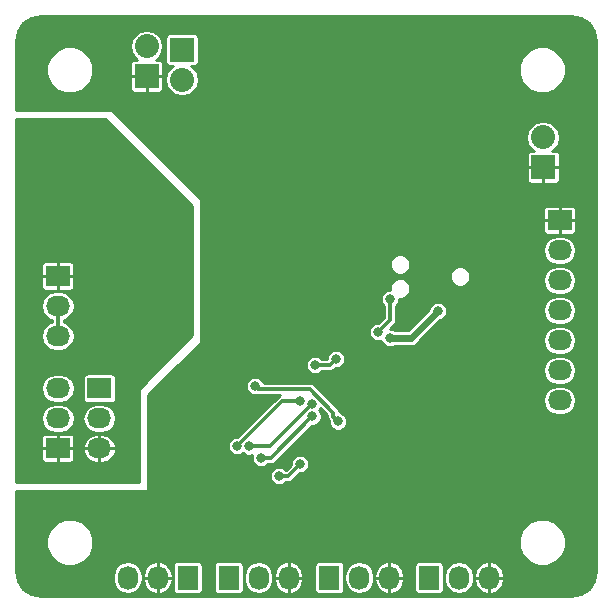
<source format=gbl>
G04 #@! TF.FileFunction,Copper,L2,Bot,Signal*
%FSLAX46Y46*%
G04 Gerber Fmt 4.6, Leading zero omitted, Abs format (unit mm)*
G04 Created by KiCad (PCBNEW (2016-03-07 BZR 6612)-product) date Monday, 30 May 2016 'amt' 03:10:13*
%MOMM*%
G01*
G04 APERTURE LIST*
%ADD10C,0.100000*%
%ADD11R,2.032000X1.727200*%
%ADD12O,2.032000X1.727200*%
%ADD13R,2.032000X2.032000*%
%ADD14O,2.032000X2.032000*%
%ADD15R,1.727200X2.032000*%
%ADD16O,1.727200X2.032000*%
%ADD17C,0.800000*%
%ADD18C,0.600000*%
%ADD19C,0.300000*%
%ADD20C,0.253000*%
G04 APERTURE END LIST*
D10*
D11*
X154000000Y-72460000D03*
D12*
X154000000Y-75000000D03*
X154000000Y-77540000D03*
D13*
X161500000Y-55540000D03*
D14*
X161500000Y-53000000D03*
D15*
X165000000Y-98000000D03*
D16*
X162460000Y-98000000D03*
X159920000Y-98000000D03*
D11*
X154000000Y-87040000D03*
D12*
X154000000Y-84500000D03*
X154000000Y-81960000D03*
D15*
X168460000Y-98000000D03*
D16*
X171000000Y-98000000D03*
X173540000Y-98000000D03*
D15*
X185420000Y-98000000D03*
D16*
X187960000Y-98000000D03*
X190500000Y-98000000D03*
D15*
X176960000Y-98000000D03*
D16*
X179500000Y-98000000D03*
X182040000Y-98000000D03*
D11*
X157500000Y-81960000D03*
D12*
X157500000Y-84500000D03*
X157500000Y-87040000D03*
D13*
X164500000Y-53300000D03*
D14*
X164500000Y-55840000D03*
D11*
X196476000Y-67746000D03*
D12*
X196476000Y-70286000D03*
X196476000Y-72826000D03*
X196476000Y-75366000D03*
X196476000Y-77906000D03*
X196476000Y-80446000D03*
X196476000Y-82986000D03*
D13*
X195072000Y-63246000D03*
D14*
X195072000Y-60706000D03*
D17*
X184150000Y-70866000D03*
X167894000Y-62738000D03*
X169672000Y-77470000D03*
X167640000Y-83058000D03*
X192786000Y-68326000D03*
X189230000Y-76962000D03*
X175514000Y-71882000D03*
X182880000Y-90932000D03*
X174752000Y-90932000D03*
X189230000Y-78486000D03*
X164338000Y-62484000D03*
X178054000Y-68580000D03*
X171704000Y-65786000D03*
X174244000Y-56388000D03*
X166116000Y-60960000D03*
X169164000Y-60452000D03*
X186182000Y-75438000D03*
X182118000Y-77724000D03*
X177546000Y-79502000D03*
X175741990Y-80011397D03*
X182118000Y-74422000D03*
X181102000Y-77216000D03*
X163576000Y-71628000D03*
X160528000Y-70358000D03*
X160020000Y-65278000D03*
X170202331Y-86890331D03*
X175514000Y-83312000D03*
X169164000Y-86868000D03*
X174498000Y-83058000D03*
X171196000Y-87884000D03*
X175544329Y-84342332D03*
X172720000Y-89408000D03*
X174498000Y-88392000D03*
X170688000Y-81788000D03*
X177727728Y-84763728D03*
D18*
X182118000Y-77724000D02*
X183896000Y-77724000D01*
X183896000Y-77724000D02*
X186182000Y-75438000D01*
D19*
X175741990Y-80011397D02*
X177036603Y-80011397D01*
X177036603Y-80011397D02*
X177546000Y-79502000D01*
X181102000Y-77216000D02*
X182118000Y-76200000D01*
X182118000Y-76200000D02*
X182118000Y-74422000D01*
X154000000Y-75000000D02*
X154000000Y-77540000D01*
X175514000Y-83312000D02*
X171935669Y-86890331D01*
X171935669Y-86890331D02*
X170202331Y-86890331D01*
X174498000Y-83058000D02*
X172974000Y-83058000D01*
X172974000Y-83058000D02*
X169164000Y-86868000D01*
X175544329Y-84342332D02*
X172002661Y-87884000D01*
X172002661Y-87884000D02*
X171196000Y-87884000D01*
X172720000Y-89408000D02*
X173482000Y-89408000D01*
X173482000Y-89408000D02*
X174498000Y-88392000D01*
X175354002Y-82042000D02*
X170942000Y-82042000D01*
X170942000Y-82042000D02*
X170688000Y-81788000D01*
X177727728Y-84763728D02*
X177327729Y-84363729D01*
X177327729Y-84363729D02*
X177327729Y-84015727D01*
X177327729Y-84015727D02*
X175354002Y-82042000D01*
D20*
G36*
X165373500Y-66552398D02*
X165373500Y-77447602D01*
X160910551Y-81910551D01*
X160883129Y-81951591D01*
X160873500Y-82000000D01*
X160873500Y-89873500D01*
X150454500Y-89873500D01*
X150454500Y-87135375D01*
X152604500Y-87135375D01*
X152604500Y-87979087D01*
X152662276Y-88118570D01*
X152769031Y-88225325D01*
X152908513Y-88283100D01*
X153904625Y-88283100D01*
X153999500Y-88188225D01*
X153999500Y-87040500D01*
X154000500Y-87040500D01*
X154000500Y-88188225D01*
X154095375Y-88283100D01*
X155091487Y-88283100D01*
X155230969Y-88225325D01*
X155337724Y-88118570D01*
X155395500Y-87979087D01*
X155395500Y-87234958D01*
X156119883Y-87234958D01*
X156198934Y-87515251D01*
X156468242Y-87918650D01*
X156871424Y-88188283D01*
X157347100Y-88283100D01*
X157499500Y-88283100D01*
X157499500Y-87040500D01*
X157500500Y-87040500D01*
X157500500Y-88283100D01*
X157652900Y-88283100D01*
X158128576Y-88188283D01*
X158531758Y-87918650D01*
X158801066Y-87515251D01*
X158880117Y-87234958D01*
X158800625Y-87040500D01*
X157500500Y-87040500D01*
X157499500Y-87040500D01*
X156199375Y-87040500D01*
X156119883Y-87234958D01*
X155395500Y-87234958D01*
X155395500Y-87135375D01*
X155300625Y-87040500D01*
X154000500Y-87040500D01*
X153999500Y-87040500D01*
X152699375Y-87040500D01*
X152604500Y-87135375D01*
X150454500Y-87135375D01*
X150454500Y-86100913D01*
X152604500Y-86100913D01*
X152604500Y-86944625D01*
X152699375Y-87039500D01*
X153999500Y-87039500D01*
X153999500Y-85891775D01*
X154000500Y-85891775D01*
X154000500Y-87039500D01*
X155300625Y-87039500D01*
X155395500Y-86944625D01*
X155395500Y-86845042D01*
X156119883Y-86845042D01*
X156199375Y-87039500D01*
X157499500Y-87039500D01*
X157499500Y-85796900D01*
X157500500Y-85796900D01*
X157500500Y-87039500D01*
X158800625Y-87039500D01*
X158880117Y-86845042D01*
X158801066Y-86564749D01*
X158531758Y-86161350D01*
X158128576Y-85891717D01*
X157652900Y-85796900D01*
X157500500Y-85796900D01*
X157499500Y-85796900D01*
X157347100Y-85796900D01*
X156871424Y-85891717D01*
X156468242Y-86161350D01*
X156198934Y-86564749D01*
X156119883Y-86845042D01*
X155395500Y-86845042D01*
X155395500Y-86100913D01*
X155337724Y-85961430D01*
X155230969Y-85854675D01*
X155091487Y-85796900D01*
X154095375Y-85796900D01*
X154000500Y-85891775D01*
X153999500Y-85891775D01*
X153904625Y-85796900D01*
X152908513Y-85796900D01*
X152769031Y-85854675D01*
X152662276Y-85961430D01*
X152604500Y-86100913D01*
X150454500Y-86100913D01*
X150454500Y-84500000D01*
X152577161Y-84500000D01*
X152671786Y-84975714D01*
X152941257Y-85379004D01*
X153344547Y-85648475D01*
X153820261Y-85743100D01*
X154179739Y-85743100D01*
X154655453Y-85648475D01*
X155058743Y-85379004D01*
X155328214Y-84975714D01*
X155422839Y-84500000D01*
X156077161Y-84500000D01*
X156171786Y-84975714D01*
X156441257Y-85379004D01*
X156844547Y-85648475D01*
X157320261Y-85743100D01*
X157679739Y-85743100D01*
X158155453Y-85648475D01*
X158558743Y-85379004D01*
X158828214Y-84975714D01*
X158922839Y-84500000D01*
X158828214Y-84024286D01*
X158558743Y-83620996D01*
X158155453Y-83351525D01*
X157679739Y-83256900D01*
X157320261Y-83256900D01*
X156844547Y-83351525D01*
X156441257Y-83620996D01*
X156171786Y-84024286D01*
X156077161Y-84500000D01*
X155422839Y-84500000D01*
X155328214Y-84024286D01*
X155058743Y-83620996D01*
X154655453Y-83351525D01*
X154179739Y-83256900D01*
X153820261Y-83256900D01*
X153344547Y-83351525D01*
X152941257Y-83620996D01*
X152671786Y-84024286D01*
X152577161Y-84500000D01*
X150454500Y-84500000D01*
X150454500Y-81960000D01*
X152577161Y-81960000D01*
X152671786Y-82435714D01*
X152941257Y-82839004D01*
X153344547Y-83108475D01*
X153820261Y-83203100D01*
X154179739Y-83203100D01*
X154655453Y-83108475D01*
X155058743Y-82839004D01*
X155328214Y-82435714D01*
X155422839Y-81960000D01*
X155328214Y-81484286D01*
X155069036Y-81096400D01*
X156097066Y-81096400D01*
X156097066Y-82823600D01*
X156126520Y-82971673D01*
X156210396Y-83097204D01*
X156335927Y-83181080D01*
X156484000Y-83210534D01*
X158516000Y-83210534D01*
X158664073Y-83181080D01*
X158789604Y-83097204D01*
X158873480Y-82971673D01*
X158902934Y-82823600D01*
X158902934Y-81096400D01*
X158873480Y-80948327D01*
X158789604Y-80822796D01*
X158664073Y-80738920D01*
X158516000Y-80709466D01*
X156484000Y-80709466D01*
X156335927Y-80738920D01*
X156210396Y-80822796D01*
X156126520Y-80948327D01*
X156097066Y-81096400D01*
X155069036Y-81096400D01*
X155058743Y-81080996D01*
X154655453Y-80811525D01*
X154179739Y-80716900D01*
X153820261Y-80716900D01*
X153344547Y-80811525D01*
X152941257Y-81080996D01*
X152671786Y-81484286D01*
X152577161Y-81960000D01*
X150454500Y-81960000D01*
X150454500Y-75000000D01*
X152577161Y-75000000D01*
X152671786Y-75475714D01*
X152941257Y-75879004D01*
X153344547Y-76148475D01*
X153470500Y-76173529D01*
X153470500Y-76366471D01*
X153344547Y-76391525D01*
X152941257Y-76660996D01*
X152671786Y-77064286D01*
X152577161Y-77540000D01*
X152671786Y-78015714D01*
X152941257Y-78419004D01*
X153344547Y-78688475D01*
X153820261Y-78783100D01*
X154179739Y-78783100D01*
X154655453Y-78688475D01*
X155058743Y-78419004D01*
X155328214Y-78015714D01*
X155422839Y-77540000D01*
X155328214Y-77064286D01*
X155058743Y-76660996D01*
X154655453Y-76391525D01*
X154529500Y-76366471D01*
X154529500Y-76173529D01*
X154655453Y-76148475D01*
X155058743Y-75879004D01*
X155328214Y-75475714D01*
X155422839Y-75000000D01*
X155328214Y-74524286D01*
X155058743Y-74120996D01*
X154655453Y-73851525D01*
X154179739Y-73756900D01*
X153820261Y-73756900D01*
X153344547Y-73851525D01*
X152941257Y-74120996D01*
X152671786Y-74524286D01*
X152577161Y-75000000D01*
X150454500Y-75000000D01*
X150454500Y-72555375D01*
X152604500Y-72555375D01*
X152604500Y-73399087D01*
X152662276Y-73538570D01*
X152769031Y-73645325D01*
X152908513Y-73703100D01*
X153904625Y-73703100D01*
X153999500Y-73608225D01*
X153999500Y-72460500D01*
X154000500Y-72460500D01*
X154000500Y-73608225D01*
X154095375Y-73703100D01*
X155091487Y-73703100D01*
X155230969Y-73645325D01*
X155337724Y-73538570D01*
X155395500Y-73399087D01*
X155395500Y-72555375D01*
X155300625Y-72460500D01*
X154000500Y-72460500D01*
X153999500Y-72460500D01*
X152699375Y-72460500D01*
X152604500Y-72555375D01*
X150454500Y-72555375D01*
X150454500Y-71520913D01*
X152604500Y-71520913D01*
X152604500Y-72364625D01*
X152699375Y-72459500D01*
X153999500Y-72459500D01*
X153999500Y-71311775D01*
X154000500Y-71311775D01*
X154000500Y-72459500D01*
X155300625Y-72459500D01*
X155395500Y-72364625D01*
X155395500Y-71520913D01*
X155337724Y-71381430D01*
X155230969Y-71274675D01*
X155091487Y-71216900D01*
X154095375Y-71216900D01*
X154000500Y-71311775D01*
X153999500Y-71311775D01*
X153904625Y-71216900D01*
X152908513Y-71216900D01*
X152769031Y-71274675D01*
X152662276Y-71381430D01*
X152604500Y-71520913D01*
X150454500Y-71520913D01*
X150454500Y-59126500D01*
X157947602Y-59126500D01*
X165373500Y-66552398D01*
X165373500Y-66552398D01*
G37*
X165373500Y-66552398D02*
X165373500Y-77447602D01*
X160910551Y-81910551D01*
X160883129Y-81951591D01*
X160873500Y-82000000D01*
X160873500Y-89873500D01*
X150454500Y-89873500D01*
X150454500Y-87135375D01*
X152604500Y-87135375D01*
X152604500Y-87979087D01*
X152662276Y-88118570D01*
X152769031Y-88225325D01*
X152908513Y-88283100D01*
X153904625Y-88283100D01*
X153999500Y-88188225D01*
X153999500Y-87040500D01*
X154000500Y-87040500D01*
X154000500Y-88188225D01*
X154095375Y-88283100D01*
X155091487Y-88283100D01*
X155230969Y-88225325D01*
X155337724Y-88118570D01*
X155395500Y-87979087D01*
X155395500Y-87234958D01*
X156119883Y-87234958D01*
X156198934Y-87515251D01*
X156468242Y-87918650D01*
X156871424Y-88188283D01*
X157347100Y-88283100D01*
X157499500Y-88283100D01*
X157499500Y-87040500D01*
X157500500Y-87040500D01*
X157500500Y-88283100D01*
X157652900Y-88283100D01*
X158128576Y-88188283D01*
X158531758Y-87918650D01*
X158801066Y-87515251D01*
X158880117Y-87234958D01*
X158800625Y-87040500D01*
X157500500Y-87040500D01*
X157499500Y-87040500D01*
X156199375Y-87040500D01*
X156119883Y-87234958D01*
X155395500Y-87234958D01*
X155395500Y-87135375D01*
X155300625Y-87040500D01*
X154000500Y-87040500D01*
X153999500Y-87040500D01*
X152699375Y-87040500D01*
X152604500Y-87135375D01*
X150454500Y-87135375D01*
X150454500Y-86100913D01*
X152604500Y-86100913D01*
X152604500Y-86944625D01*
X152699375Y-87039500D01*
X153999500Y-87039500D01*
X153999500Y-85891775D01*
X154000500Y-85891775D01*
X154000500Y-87039500D01*
X155300625Y-87039500D01*
X155395500Y-86944625D01*
X155395500Y-86845042D01*
X156119883Y-86845042D01*
X156199375Y-87039500D01*
X157499500Y-87039500D01*
X157499500Y-85796900D01*
X157500500Y-85796900D01*
X157500500Y-87039500D01*
X158800625Y-87039500D01*
X158880117Y-86845042D01*
X158801066Y-86564749D01*
X158531758Y-86161350D01*
X158128576Y-85891717D01*
X157652900Y-85796900D01*
X157500500Y-85796900D01*
X157499500Y-85796900D01*
X157347100Y-85796900D01*
X156871424Y-85891717D01*
X156468242Y-86161350D01*
X156198934Y-86564749D01*
X156119883Y-86845042D01*
X155395500Y-86845042D01*
X155395500Y-86100913D01*
X155337724Y-85961430D01*
X155230969Y-85854675D01*
X155091487Y-85796900D01*
X154095375Y-85796900D01*
X154000500Y-85891775D01*
X153999500Y-85891775D01*
X153904625Y-85796900D01*
X152908513Y-85796900D01*
X152769031Y-85854675D01*
X152662276Y-85961430D01*
X152604500Y-86100913D01*
X150454500Y-86100913D01*
X150454500Y-84500000D01*
X152577161Y-84500000D01*
X152671786Y-84975714D01*
X152941257Y-85379004D01*
X153344547Y-85648475D01*
X153820261Y-85743100D01*
X154179739Y-85743100D01*
X154655453Y-85648475D01*
X155058743Y-85379004D01*
X155328214Y-84975714D01*
X155422839Y-84500000D01*
X156077161Y-84500000D01*
X156171786Y-84975714D01*
X156441257Y-85379004D01*
X156844547Y-85648475D01*
X157320261Y-85743100D01*
X157679739Y-85743100D01*
X158155453Y-85648475D01*
X158558743Y-85379004D01*
X158828214Y-84975714D01*
X158922839Y-84500000D01*
X158828214Y-84024286D01*
X158558743Y-83620996D01*
X158155453Y-83351525D01*
X157679739Y-83256900D01*
X157320261Y-83256900D01*
X156844547Y-83351525D01*
X156441257Y-83620996D01*
X156171786Y-84024286D01*
X156077161Y-84500000D01*
X155422839Y-84500000D01*
X155328214Y-84024286D01*
X155058743Y-83620996D01*
X154655453Y-83351525D01*
X154179739Y-83256900D01*
X153820261Y-83256900D01*
X153344547Y-83351525D01*
X152941257Y-83620996D01*
X152671786Y-84024286D01*
X152577161Y-84500000D01*
X150454500Y-84500000D01*
X150454500Y-81960000D01*
X152577161Y-81960000D01*
X152671786Y-82435714D01*
X152941257Y-82839004D01*
X153344547Y-83108475D01*
X153820261Y-83203100D01*
X154179739Y-83203100D01*
X154655453Y-83108475D01*
X155058743Y-82839004D01*
X155328214Y-82435714D01*
X155422839Y-81960000D01*
X155328214Y-81484286D01*
X155069036Y-81096400D01*
X156097066Y-81096400D01*
X156097066Y-82823600D01*
X156126520Y-82971673D01*
X156210396Y-83097204D01*
X156335927Y-83181080D01*
X156484000Y-83210534D01*
X158516000Y-83210534D01*
X158664073Y-83181080D01*
X158789604Y-83097204D01*
X158873480Y-82971673D01*
X158902934Y-82823600D01*
X158902934Y-81096400D01*
X158873480Y-80948327D01*
X158789604Y-80822796D01*
X158664073Y-80738920D01*
X158516000Y-80709466D01*
X156484000Y-80709466D01*
X156335927Y-80738920D01*
X156210396Y-80822796D01*
X156126520Y-80948327D01*
X156097066Y-81096400D01*
X155069036Y-81096400D01*
X155058743Y-81080996D01*
X154655453Y-80811525D01*
X154179739Y-80716900D01*
X153820261Y-80716900D01*
X153344547Y-80811525D01*
X152941257Y-81080996D01*
X152671786Y-81484286D01*
X152577161Y-81960000D01*
X150454500Y-81960000D01*
X150454500Y-75000000D01*
X152577161Y-75000000D01*
X152671786Y-75475714D01*
X152941257Y-75879004D01*
X153344547Y-76148475D01*
X153470500Y-76173529D01*
X153470500Y-76366471D01*
X153344547Y-76391525D01*
X152941257Y-76660996D01*
X152671786Y-77064286D01*
X152577161Y-77540000D01*
X152671786Y-78015714D01*
X152941257Y-78419004D01*
X153344547Y-78688475D01*
X153820261Y-78783100D01*
X154179739Y-78783100D01*
X154655453Y-78688475D01*
X155058743Y-78419004D01*
X155328214Y-78015714D01*
X155422839Y-77540000D01*
X155328214Y-77064286D01*
X155058743Y-76660996D01*
X154655453Y-76391525D01*
X154529500Y-76366471D01*
X154529500Y-76173529D01*
X154655453Y-76148475D01*
X155058743Y-75879004D01*
X155328214Y-75475714D01*
X155422839Y-75000000D01*
X155328214Y-74524286D01*
X155058743Y-74120996D01*
X154655453Y-73851525D01*
X154179739Y-73756900D01*
X153820261Y-73756900D01*
X153344547Y-73851525D01*
X152941257Y-74120996D01*
X152671786Y-74524286D01*
X152577161Y-75000000D01*
X150454500Y-75000000D01*
X150454500Y-72555375D01*
X152604500Y-72555375D01*
X152604500Y-73399087D01*
X152662276Y-73538570D01*
X152769031Y-73645325D01*
X152908513Y-73703100D01*
X153904625Y-73703100D01*
X153999500Y-73608225D01*
X153999500Y-72460500D01*
X154000500Y-72460500D01*
X154000500Y-73608225D01*
X154095375Y-73703100D01*
X155091487Y-73703100D01*
X155230969Y-73645325D01*
X155337724Y-73538570D01*
X155395500Y-73399087D01*
X155395500Y-72555375D01*
X155300625Y-72460500D01*
X154000500Y-72460500D01*
X153999500Y-72460500D01*
X152699375Y-72460500D01*
X152604500Y-72555375D01*
X150454500Y-72555375D01*
X150454500Y-71520913D01*
X152604500Y-71520913D01*
X152604500Y-72364625D01*
X152699375Y-72459500D01*
X153999500Y-72459500D01*
X153999500Y-71311775D01*
X154000500Y-71311775D01*
X154000500Y-72459500D01*
X155300625Y-72459500D01*
X155395500Y-72364625D01*
X155395500Y-71520913D01*
X155337724Y-71381430D01*
X155230969Y-71274675D01*
X155091487Y-71216900D01*
X154095375Y-71216900D01*
X154000500Y-71311775D01*
X153999500Y-71311775D01*
X153904625Y-71216900D01*
X152908513Y-71216900D01*
X152769031Y-71274675D01*
X152662276Y-71381430D01*
X152604500Y-71520913D01*
X150454500Y-71520913D01*
X150454500Y-59126500D01*
X157947602Y-59126500D01*
X165373500Y-66552398D01*
G36*
X198279371Y-50618431D02*
X198940091Y-51059909D01*
X199381569Y-51720627D01*
X199545500Y-52544764D01*
X199545500Y-97455236D01*
X199381569Y-98279373D01*
X198940091Y-98940091D01*
X198279371Y-99381569D01*
X197455236Y-99545500D01*
X152544764Y-99545500D01*
X151720627Y-99381569D01*
X151059909Y-98940091D01*
X150618431Y-98279371D01*
X150527109Y-97820261D01*
X158676900Y-97820261D01*
X158676900Y-98179739D01*
X158771525Y-98655453D01*
X159040996Y-99058743D01*
X159444286Y-99328214D01*
X159920000Y-99422839D01*
X160395714Y-99328214D01*
X160799004Y-99058743D01*
X161068475Y-98655453D01*
X161163100Y-98179739D01*
X161163100Y-98000500D01*
X161215900Y-98000500D01*
X161215900Y-98152900D01*
X161310793Y-98628958D01*
X161580642Y-99032465D01*
X161984365Y-99301990D01*
X162264886Y-99381105D01*
X162459500Y-99301375D01*
X162459500Y-98000500D01*
X162460500Y-98000500D01*
X162460500Y-99301375D01*
X162655114Y-99381105D01*
X162935635Y-99301990D01*
X163339358Y-99032465D01*
X163609207Y-98628958D01*
X163704100Y-98152900D01*
X163704100Y-98000500D01*
X162460500Y-98000500D01*
X162459500Y-98000500D01*
X161215900Y-98000500D01*
X161163100Y-98000500D01*
X161163100Y-97847100D01*
X161215900Y-97847100D01*
X161215900Y-97999500D01*
X162459500Y-97999500D01*
X162459500Y-96698625D01*
X162460500Y-96698625D01*
X162460500Y-97999500D01*
X163704100Y-97999500D01*
X163704100Y-97847100D01*
X163609207Y-97371042D01*
X163350370Y-96984000D01*
X163749466Y-96984000D01*
X163749466Y-99016000D01*
X163778920Y-99164073D01*
X163862796Y-99289604D01*
X163988327Y-99373480D01*
X164136400Y-99402934D01*
X165863600Y-99402934D01*
X166011673Y-99373480D01*
X166137204Y-99289604D01*
X166221080Y-99164073D01*
X166250534Y-99016000D01*
X166250534Y-96984000D01*
X167209466Y-96984000D01*
X167209466Y-99016000D01*
X167238920Y-99164073D01*
X167322796Y-99289604D01*
X167448327Y-99373480D01*
X167596400Y-99402934D01*
X169323600Y-99402934D01*
X169471673Y-99373480D01*
X169597204Y-99289604D01*
X169681080Y-99164073D01*
X169710534Y-99016000D01*
X169710534Y-97820261D01*
X169756900Y-97820261D01*
X169756900Y-98179739D01*
X169851525Y-98655453D01*
X170120996Y-99058743D01*
X170524286Y-99328214D01*
X171000000Y-99422839D01*
X171475714Y-99328214D01*
X171879004Y-99058743D01*
X172148475Y-98655453D01*
X172243100Y-98179739D01*
X172243100Y-98000500D01*
X172295900Y-98000500D01*
X172295900Y-98152900D01*
X172390793Y-98628958D01*
X172660642Y-99032465D01*
X173064365Y-99301990D01*
X173344886Y-99381105D01*
X173539500Y-99301375D01*
X173539500Y-98000500D01*
X173540500Y-98000500D01*
X173540500Y-99301375D01*
X173735114Y-99381105D01*
X174015635Y-99301990D01*
X174419358Y-99032465D01*
X174689207Y-98628958D01*
X174784100Y-98152900D01*
X174784100Y-98000500D01*
X173540500Y-98000500D01*
X173539500Y-98000500D01*
X172295900Y-98000500D01*
X172243100Y-98000500D01*
X172243100Y-97847100D01*
X172295900Y-97847100D01*
X172295900Y-97999500D01*
X173539500Y-97999500D01*
X173539500Y-96698625D01*
X173540500Y-96698625D01*
X173540500Y-97999500D01*
X174784100Y-97999500D01*
X174784100Y-97847100D01*
X174689207Y-97371042D01*
X174430370Y-96984000D01*
X175709466Y-96984000D01*
X175709466Y-99016000D01*
X175738920Y-99164073D01*
X175822796Y-99289604D01*
X175948327Y-99373480D01*
X176096400Y-99402934D01*
X177823600Y-99402934D01*
X177971673Y-99373480D01*
X178097204Y-99289604D01*
X178181080Y-99164073D01*
X178210534Y-99016000D01*
X178210534Y-97820261D01*
X178256900Y-97820261D01*
X178256900Y-98179739D01*
X178351525Y-98655453D01*
X178620996Y-99058743D01*
X179024286Y-99328214D01*
X179500000Y-99422839D01*
X179975714Y-99328214D01*
X180379004Y-99058743D01*
X180648475Y-98655453D01*
X180743100Y-98179739D01*
X180743100Y-98000500D01*
X180795900Y-98000500D01*
X180795900Y-98152900D01*
X180890793Y-98628958D01*
X181160642Y-99032465D01*
X181564365Y-99301990D01*
X181844886Y-99381105D01*
X182039500Y-99301375D01*
X182039500Y-98000500D01*
X182040500Y-98000500D01*
X182040500Y-99301375D01*
X182235114Y-99381105D01*
X182515635Y-99301990D01*
X182919358Y-99032465D01*
X183189207Y-98628958D01*
X183284100Y-98152900D01*
X183284100Y-98000500D01*
X182040500Y-98000500D01*
X182039500Y-98000500D01*
X180795900Y-98000500D01*
X180743100Y-98000500D01*
X180743100Y-97847100D01*
X180795900Y-97847100D01*
X180795900Y-97999500D01*
X182039500Y-97999500D01*
X182039500Y-96698625D01*
X182040500Y-96698625D01*
X182040500Y-97999500D01*
X183284100Y-97999500D01*
X183284100Y-97847100D01*
X183189207Y-97371042D01*
X182930370Y-96984000D01*
X184169466Y-96984000D01*
X184169466Y-99016000D01*
X184198920Y-99164073D01*
X184282796Y-99289604D01*
X184408327Y-99373480D01*
X184556400Y-99402934D01*
X186283600Y-99402934D01*
X186431673Y-99373480D01*
X186557204Y-99289604D01*
X186641080Y-99164073D01*
X186670534Y-99016000D01*
X186670534Y-97820261D01*
X186716900Y-97820261D01*
X186716900Y-98179739D01*
X186811525Y-98655453D01*
X187080996Y-99058743D01*
X187484286Y-99328214D01*
X187960000Y-99422839D01*
X188435714Y-99328214D01*
X188839004Y-99058743D01*
X189108475Y-98655453D01*
X189203100Y-98179739D01*
X189203100Y-98000500D01*
X189255900Y-98000500D01*
X189255900Y-98152900D01*
X189350793Y-98628958D01*
X189620642Y-99032465D01*
X190024365Y-99301990D01*
X190304886Y-99381105D01*
X190499500Y-99301375D01*
X190499500Y-98000500D01*
X190500500Y-98000500D01*
X190500500Y-99301375D01*
X190695114Y-99381105D01*
X190975635Y-99301990D01*
X191379358Y-99032465D01*
X191649207Y-98628958D01*
X191744100Y-98152900D01*
X191744100Y-98000500D01*
X190500500Y-98000500D01*
X190499500Y-98000500D01*
X189255900Y-98000500D01*
X189203100Y-98000500D01*
X189203100Y-97847100D01*
X189255900Y-97847100D01*
X189255900Y-97999500D01*
X190499500Y-97999500D01*
X190499500Y-96698625D01*
X190500500Y-96698625D01*
X190500500Y-97999500D01*
X191744100Y-97999500D01*
X191744100Y-97847100D01*
X191649207Y-97371042D01*
X191379358Y-96967535D01*
X190975635Y-96698010D01*
X190695114Y-96618895D01*
X190500500Y-96698625D01*
X190499500Y-96698625D01*
X190304886Y-96618895D01*
X190024365Y-96698010D01*
X189620642Y-96967535D01*
X189350793Y-97371042D01*
X189255900Y-97847100D01*
X189203100Y-97847100D01*
X189203100Y-97820261D01*
X189108475Y-97344547D01*
X188839004Y-96941257D01*
X188435714Y-96671786D01*
X187960000Y-96577161D01*
X187484286Y-96671786D01*
X187080996Y-96941257D01*
X186811525Y-97344547D01*
X186716900Y-97820261D01*
X186670534Y-97820261D01*
X186670534Y-96984000D01*
X186641080Y-96835927D01*
X186557204Y-96710396D01*
X186431673Y-96626520D01*
X186283600Y-96597066D01*
X184556400Y-96597066D01*
X184408327Y-96626520D01*
X184282796Y-96710396D01*
X184198920Y-96835927D01*
X184169466Y-96984000D01*
X182930370Y-96984000D01*
X182919358Y-96967535D01*
X182515635Y-96698010D01*
X182235114Y-96618895D01*
X182040500Y-96698625D01*
X182039500Y-96698625D01*
X181844886Y-96618895D01*
X181564365Y-96698010D01*
X181160642Y-96967535D01*
X180890793Y-97371042D01*
X180795900Y-97847100D01*
X180743100Y-97847100D01*
X180743100Y-97820261D01*
X180648475Y-97344547D01*
X180379004Y-96941257D01*
X179975714Y-96671786D01*
X179500000Y-96577161D01*
X179024286Y-96671786D01*
X178620996Y-96941257D01*
X178351525Y-97344547D01*
X178256900Y-97820261D01*
X178210534Y-97820261D01*
X178210534Y-96984000D01*
X178181080Y-96835927D01*
X178097204Y-96710396D01*
X177971673Y-96626520D01*
X177823600Y-96597066D01*
X176096400Y-96597066D01*
X175948327Y-96626520D01*
X175822796Y-96710396D01*
X175738920Y-96835927D01*
X175709466Y-96984000D01*
X174430370Y-96984000D01*
X174419358Y-96967535D01*
X174015635Y-96698010D01*
X173735114Y-96618895D01*
X173540500Y-96698625D01*
X173539500Y-96698625D01*
X173344886Y-96618895D01*
X173064365Y-96698010D01*
X172660642Y-96967535D01*
X172390793Y-97371042D01*
X172295900Y-97847100D01*
X172243100Y-97847100D01*
X172243100Y-97820261D01*
X172148475Y-97344547D01*
X171879004Y-96941257D01*
X171475714Y-96671786D01*
X171000000Y-96577161D01*
X170524286Y-96671786D01*
X170120996Y-96941257D01*
X169851525Y-97344547D01*
X169756900Y-97820261D01*
X169710534Y-97820261D01*
X169710534Y-96984000D01*
X169681080Y-96835927D01*
X169597204Y-96710396D01*
X169471673Y-96626520D01*
X169323600Y-96597066D01*
X167596400Y-96597066D01*
X167448327Y-96626520D01*
X167322796Y-96710396D01*
X167238920Y-96835927D01*
X167209466Y-96984000D01*
X166250534Y-96984000D01*
X166221080Y-96835927D01*
X166137204Y-96710396D01*
X166011673Y-96626520D01*
X165863600Y-96597066D01*
X164136400Y-96597066D01*
X163988327Y-96626520D01*
X163862796Y-96710396D01*
X163778920Y-96835927D01*
X163749466Y-96984000D01*
X163350370Y-96984000D01*
X163339358Y-96967535D01*
X162935635Y-96698010D01*
X162655114Y-96618895D01*
X162460500Y-96698625D01*
X162459500Y-96698625D01*
X162264886Y-96618895D01*
X161984365Y-96698010D01*
X161580642Y-96967535D01*
X161310793Y-97371042D01*
X161215900Y-97847100D01*
X161163100Y-97847100D01*
X161163100Y-97820261D01*
X161068475Y-97344547D01*
X160799004Y-96941257D01*
X160395714Y-96671786D01*
X159920000Y-96577161D01*
X159444286Y-96671786D01*
X159040996Y-96941257D01*
X158771525Y-97344547D01*
X158676900Y-97820261D01*
X150527109Y-97820261D01*
X150454500Y-97455236D01*
X150454500Y-95392020D01*
X153020157Y-95392020D01*
X153320883Y-96119832D01*
X153877239Y-96677160D01*
X154604526Y-96979156D01*
X155392020Y-96979843D01*
X156119832Y-96679117D01*
X156677160Y-96122761D01*
X156979156Y-95395474D01*
X156979159Y-95392020D01*
X193020157Y-95392020D01*
X193320883Y-96119832D01*
X193877239Y-96677160D01*
X194604526Y-96979156D01*
X195392020Y-96979843D01*
X196119832Y-96679117D01*
X196677160Y-96122761D01*
X196979156Y-95395474D01*
X196979843Y-94607980D01*
X196679117Y-93880168D01*
X196122761Y-93322840D01*
X195395474Y-93020844D01*
X194607980Y-93020157D01*
X193880168Y-93320883D01*
X193322840Y-93877239D01*
X193020844Y-94604526D01*
X193020157Y-95392020D01*
X156979159Y-95392020D01*
X156979843Y-94607980D01*
X156679117Y-93880168D01*
X156122761Y-93322840D01*
X155395474Y-93020844D01*
X154607980Y-93020157D01*
X153880168Y-93320883D01*
X153322840Y-93877239D01*
X153020844Y-94604526D01*
X153020157Y-95392020D01*
X150454500Y-95392020D01*
X150454500Y-90626500D01*
X161500000Y-90626500D01*
X161548409Y-90616871D01*
X161589449Y-90589449D01*
X161616871Y-90548409D01*
X161626500Y-90500000D01*
X161626500Y-89562372D01*
X171940365Y-89562372D01*
X172058787Y-89848974D01*
X172277872Y-90068442D01*
X172564268Y-90187364D01*
X172874372Y-90187635D01*
X173160974Y-90069213D01*
X173292917Y-89937500D01*
X173482000Y-89937500D01*
X173684631Y-89897194D01*
X173856413Y-89782413D01*
X174467353Y-89171473D01*
X174652372Y-89171635D01*
X174938974Y-89053213D01*
X175158442Y-88834128D01*
X175277364Y-88547732D01*
X175277635Y-88237628D01*
X175159213Y-87951026D01*
X174940128Y-87731558D01*
X174653732Y-87612636D01*
X174343628Y-87612365D01*
X174057026Y-87730787D01*
X173837558Y-87949872D01*
X173718636Y-88236268D01*
X173718473Y-88422701D01*
X173277771Y-88863403D01*
X173162128Y-88747558D01*
X172875732Y-88628636D01*
X172565628Y-88628365D01*
X172279026Y-88746787D01*
X172059558Y-88965872D01*
X171940636Y-89252268D01*
X171940365Y-89562372D01*
X161626500Y-89562372D01*
X161626500Y-87022372D01*
X168384365Y-87022372D01*
X168502787Y-87308974D01*
X168721872Y-87528442D01*
X169008268Y-87647364D01*
X169318372Y-87647635D01*
X169604974Y-87529213D01*
X169671944Y-87462360D01*
X169760203Y-87550773D01*
X170046599Y-87669695D01*
X170356703Y-87669966D01*
X170458271Y-87627999D01*
X170416636Y-87728268D01*
X170416365Y-88038372D01*
X170534787Y-88324974D01*
X170753872Y-88544442D01*
X171040268Y-88663364D01*
X171350372Y-88663635D01*
X171636974Y-88545213D01*
X171768917Y-88413500D01*
X172002661Y-88413500D01*
X172205292Y-88373194D01*
X172377074Y-88258413D01*
X175513682Y-85121805D01*
X175698701Y-85121967D01*
X175985303Y-85003545D01*
X176204771Y-84784460D01*
X176323693Y-84498064D01*
X176323964Y-84187960D01*
X176205542Y-83901358D01*
X176116404Y-83812064D01*
X176174442Y-83754128D01*
X176216358Y-83653182D01*
X176798229Y-84235053D01*
X176798229Y-84363729D01*
X176838535Y-84566360D01*
X176948257Y-84730570D01*
X176948093Y-84918100D01*
X177066515Y-85204702D01*
X177285600Y-85424170D01*
X177571996Y-85543092D01*
X177882100Y-85543363D01*
X178168702Y-85424941D01*
X178388170Y-85205856D01*
X178507092Y-84919460D01*
X178507363Y-84609356D01*
X178388941Y-84322754D01*
X178169856Y-84103286D01*
X177883460Y-83984364D01*
X177850985Y-83984336D01*
X177816923Y-83813096D01*
X177702142Y-83641314D01*
X177046828Y-82986000D01*
X195053161Y-82986000D01*
X195147786Y-83461714D01*
X195417257Y-83865004D01*
X195820547Y-84134475D01*
X196296261Y-84229100D01*
X196655739Y-84229100D01*
X197131453Y-84134475D01*
X197534743Y-83865004D01*
X197804214Y-83461714D01*
X197898839Y-82986000D01*
X197804214Y-82510286D01*
X197534743Y-82106996D01*
X197131453Y-81837525D01*
X196655739Y-81742900D01*
X196296261Y-81742900D01*
X195820547Y-81837525D01*
X195417257Y-82106996D01*
X195147786Y-82510286D01*
X195053161Y-82986000D01*
X177046828Y-82986000D01*
X175728415Y-81667587D01*
X175556633Y-81552806D01*
X175354002Y-81512500D01*
X171417586Y-81512500D01*
X171349213Y-81347026D01*
X171130128Y-81127558D01*
X170843732Y-81008636D01*
X170533628Y-81008365D01*
X170247026Y-81126787D01*
X170027558Y-81345872D01*
X169908636Y-81632268D01*
X169908365Y-81942372D01*
X170026787Y-82228974D01*
X170245872Y-82448442D01*
X170532268Y-82567364D01*
X170842372Y-82567635D01*
X170868433Y-82556867D01*
X170942000Y-82571500D01*
X172767337Y-82571500D01*
X172700930Y-82615872D01*
X172599587Y-82683587D01*
X169194647Y-86088527D01*
X169009628Y-86088365D01*
X168723026Y-86206787D01*
X168503558Y-86425872D01*
X168384636Y-86712268D01*
X168384365Y-87022372D01*
X161626500Y-87022372D01*
X161626500Y-82552398D01*
X164013129Y-80165769D01*
X174962355Y-80165769D01*
X175080777Y-80452371D01*
X175299862Y-80671839D01*
X175586258Y-80790761D01*
X175896362Y-80791032D01*
X176182964Y-80672610D01*
X176314907Y-80540897D01*
X177036603Y-80540897D01*
X177239234Y-80500591D01*
X177320935Y-80446000D01*
X195053161Y-80446000D01*
X195147786Y-80921714D01*
X195417257Y-81325004D01*
X195820547Y-81594475D01*
X196296261Y-81689100D01*
X196655739Y-81689100D01*
X197131453Y-81594475D01*
X197534743Y-81325004D01*
X197804214Y-80921714D01*
X197898839Y-80446000D01*
X197804214Y-79970286D01*
X197534743Y-79566996D01*
X197131453Y-79297525D01*
X196655739Y-79202900D01*
X196296261Y-79202900D01*
X195820547Y-79297525D01*
X195417257Y-79566996D01*
X195147786Y-79970286D01*
X195053161Y-80446000D01*
X177320935Y-80446000D01*
X177411016Y-80385810D01*
X177515353Y-80281473D01*
X177700372Y-80281635D01*
X177986974Y-80163213D01*
X178206442Y-79944128D01*
X178325364Y-79657732D01*
X178325635Y-79347628D01*
X178207213Y-79061026D01*
X177988128Y-78841558D01*
X177701732Y-78722636D01*
X177391628Y-78722365D01*
X177105026Y-78840787D01*
X176885558Y-79059872D01*
X176766636Y-79346268D01*
X176766517Y-79481897D01*
X176314831Y-79481897D01*
X176184118Y-79350955D01*
X175897722Y-79232033D01*
X175587618Y-79231762D01*
X175301016Y-79350184D01*
X175081548Y-79569269D01*
X174962626Y-79855665D01*
X174962355Y-80165769D01*
X164013129Y-80165769D01*
X166089449Y-78089449D01*
X166116871Y-78048409D01*
X166126500Y-78000000D01*
X166126500Y-77370372D01*
X180322365Y-77370372D01*
X180440787Y-77656974D01*
X180659872Y-77876442D01*
X180946268Y-77995364D01*
X181256372Y-77995635D01*
X181367794Y-77949596D01*
X181456787Y-78164974D01*
X181675872Y-78384442D01*
X181962268Y-78503364D01*
X182272372Y-78503635D01*
X182514716Y-78403500D01*
X183896000Y-78403500D01*
X184156034Y-78351776D01*
X184376479Y-78204479D01*
X184674958Y-77906000D01*
X195053161Y-77906000D01*
X195147786Y-78381714D01*
X195417257Y-78785004D01*
X195820547Y-79054475D01*
X196296261Y-79149100D01*
X196655739Y-79149100D01*
X197131453Y-79054475D01*
X197534743Y-78785004D01*
X197804214Y-78381714D01*
X197898839Y-77906000D01*
X197804214Y-77430286D01*
X197534743Y-77026996D01*
X197131453Y-76757525D01*
X196655739Y-76662900D01*
X196296261Y-76662900D01*
X195820547Y-76757525D01*
X195417257Y-77026996D01*
X195147786Y-77430286D01*
X195053161Y-77906000D01*
X184674958Y-77906000D01*
X186382300Y-76198658D01*
X186622974Y-76099213D01*
X186842442Y-75880128D01*
X186961364Y-75593732D01*
X186961563Y-75366000D01*
X195053161Y-75366000D01*
X195147786Y-75841714D01*
X195417257Y-76245004D01*
X195820547Y-76514475D01*
X196296261Y-76609100D01*
X196655739Y-76609100D01*
X197131453Y-76514475D01*
X197534743Y-76245004D01*
X197804214Y-75841714D01*
X197898839Y-75366000D01*
X197804214Y-74890286D01*
X197534743Y-74486996D01*
X197131453Y-74217525D01*
X196655739Y-74122900D01*
X196296261Y-74122900D01*
X195820547Y-74217525D01*
X195417257Y-74486996D01*
X195147786Y-74890286D01*
X195053161Y-75366000D01*
X186961563Y-75366000D01*
X186961635Y-75283628D01*
X186843213Y-74997026D01*
X186624128Y-74777558D01*
X186337732Y-74658636D01*
X186027628Y-74658365D01*
X185741026Y-74776787D01*
X185521558Y-74995872D01*
X185421000Y-75238042D01*
X183614542Y-77044500D01*
X182514231Y-77044500D01*
X182273732Y-76944636D01*
X182122322Y-76944504D01*
X182492413Y-76574413D01*
X182607194Y-76402631D01*
X182647500Y-76200000D01*
X182647500Y-74994841D01*
X182778442Y-74864128D01*
X182897364Y-74577732D01*
X182897528Y-74390446D01*
X183134176Y-74390652D01*
X183457546Y-74257038D01*
X183705169Y-74009847D01*
X183839347Y-73686711D01*
X183839652Y-73336824D01*
X183706038Y-73013454D01*
X183458847Y-72765831D01*
X183226077Y-72669176D01*
X187160348Y-72669176D01*
X187293962Y-72992546D01*
X187541153Y-73240169D01*
X187864289Y-73374347D01*
X188214176Y-73374652D01*
X188537546Y-73241038D01*
X188785169Y-72993847D01*
X188854865Y-72826000D01*
X195053161Y-72826000D01*
X195147786Y-73301714D01*
X195417257Y-73705004D01*
X195820547Y-73974475D01*
X196296261Y-74069100D01*
X196655739Y-74069100D01*
X197131453Y-73974475D01*
X197534743Y-73705004D01*
X197804214Y-73301714D01*
X197898839Y-72826000D01*
X197804214Y-72350286D01*
X197534743Y-71946996D01*
X197131453Y-71677525D01*
X196655739Y-71582900D01*
X196296261Y-71582900D01*
X195820547Y-71677525D01*
X195417257Y-71946996D01*
X195147786Y-72350286D01*
X195053161Y-72826000D01*
X188854865Y-72826000D01*
X188919347Y-72670711D01*
X188919652Y-72320824D01*
X188786038Y-71997454D01*
X188538847Y-71749831D01*
X188215711Y-71615653D01*
X187865824Y-71615348D01*
X187542454Y-71748962D01*
X187294831Y-71996153D01*
X187160653Y-72319289D01*
X187160348Y-72669176D01*
X183226077Y-72669176D01*
X183135711Y-72631653D01*
X182785824Y-72631348D01*
X182462454Y-72764962D01*
X182214831Y-73012153D01*
X182080653Y-73335289D01*
X182080385Y-73642467D01*
X181963628Y-73642365D01*
X181677026Y-73760787D01*
X181457558Y-73979872D01*
X181338636Y-74266268D01*
X181338365Y-74576372D01*
X181456787Y-74862974D01*
X181588500Y-74994917D01*
X181588500Y-75980674D01*
X181132647Y-76436527D01*
X180947628Y-76436365D01*
X180661026Y-76554787D01*
X180441558Y-76773872D01*
X180322636Y-77060268D01*
X180322365Y-77370372D01*
X166126500Y-77370372D01*
X166126500Y-71653176D01*
X182080348Y-71653176D01*
X182213962Y-71976546D01*
X182461153Y-72224169D01*
X182784289Y-72358347D01*
X183134176Y-72358652D01*
X183457546Y-72225038D01*
X183705169Y-71977847D01*
X183839347Y-71654711D01*
X183839652Y-71304824D01*
X183706038Y-70981454D01*
X183458847Y-70733831D01*
X183135711Y-70599653D01*
X182785824Y-70599348D01*
X182462454Y-70732962D01*
X182214831Y-70980153D01*
X182080653Y-71303289D01*
X182080348Y-71653176D01*
X166126500Y-71653176D01*
X166126500Y-70286000D01*
X195053161Y-70286000D01*
X195147786Y-70761714D01*
X195417257Y-71165004D01*
X195820547Y-71434475D01*
X196296261Y-71529100D01*
X196655739Y-71529100D01*
X197131453Y-71434475D01*
X197534743Y-71165004D01*
X197804214Y-70761714D01*
X197898839Y-70286000D01*
X197804214Y-69810286D01*
X197534743Y-69406996D01*
X197131453Y-69137525D01*
X196655739Y-69042900D01*
X196296261Y-69042900D01*
X195820547Y-69137525D01*
X195417257Y-69406996D01*
X195147786Y-69810286D01*
X195053161Y-70286000D01*
X166126500Y-70286000D01*
X166126500Y-67841625D01*
X195079500Y-67841625D01*
X195079500Y-68685286D01*
X195137428Y-68825136D01*
X195244464Y-68932172D01*
X195384314Y-68990100D01*
X196380375Y-68990100D01*
X196475500Y-68894975D01*
X196475500Y-67746500D01*
X196476500Y-67746500D01*
X196476500Y-68894975D01*
X196571625Y-68990100D01*
X197567686Y-68990100D01*
X197707536Y-68932172D01*
X197814572Y-68825136D01*
X197872500Y-68685286D01*
X197872500Y-67841625D01*
X197777375Y-67746500D01*
X196476500Y-67746500D01*
X196475500Y-67746500D01*
X195174625Y-67746500D01*
X195079500Y-67841625D01*
X166126500Y-67841625D01*
X166126500Y-66806714D01*
X195079500Y-66806714D01*
X195079500Y-67650375D01*
X195174625Y-67745500D01*
X196475500Y-67745500D01*
X196475500Y-66597025D01*
X196476500Y-66597025D01*
X196476500Y-67745500D01*
X197777375Y-67745500D01*
X197872500Y-67650375D01*
X197872500Y-66806714D01*
X197814572Y-66666864D01*
X197707536Y-66559828D01*
X197567686Y-66501900D01*
X196571625Y-66501900D01*
X196476500Y-66597025D01*
X196475500Y-66597025D01*
X196380375Y-66501900D01*
X195384314Y-66501900D01*
X195244464Y-66559828D01*
X195137428Y-66666864D01*
X195079500Y-66806714D01*
X166126500Y-66806714D01*
X166126500Y-66000000D01*
X166116871Y-65951591D01*
X166089449Y-65910551D01*
X163520523Y-63341625D01*
X193675500Y-63341625D01*
X193675500Y-64337686D01*
X193733428Y-64477536D01*
X193840464Y-64584572D01*
X193980314Y-64642500D01*
X194976375Y-64642500D01*
X195071500Y-64547375D01*
X195071500Y-63246500D01*
X195072500Y-63246500D01*
X195072500Y-64547375D01*
X195167625Y-64642500D01*
X196163686Y-64642500D01*
X196303536Y-64584572D01*
X196410572Y-64477536D01*
X196468500Y-64337686D01*
X196468500Y-63341625D01*
X196373375Y-63246500D01*
X195072500Y-63246500D01*
X195071500Y-63246500D01*
X193770625Y-63246500D01*
X193675500Y-63341625D01*
X163520523Y-63341625D01*
X160884898Y-60706000D01*
X193649161Y-60706000D01*
X193755387Y-61240035D01*
X194057893Y-61692768D01*
X194292459Y-61849500D01*
X193980314Y-61849500D01*
X193840464Y-61907428D01*
X193733428Y-62014464D01*
X193675500Y-62154314D01*
X193675500Y-63150375D01*
X193770625Y-63245500D01*
X195071500Y-63245500D01*
X195071500Y-63225500D01*
X195072500Y-63225500D01*
X195072500Y-63245500D01*
X196373375Y-63245500D01*
X196468500Y-63150375D01*
X196468500Y-62154314D01*
X196410572Y-62014464D01*
X196303536Y-61907428D01*
X196163686Y-61849500D01*
X195851541Y-61849500D01*
X196086107Y-61692768D01*
X196388613Y-61240035D01*
X196494839Y-60706000D01*
X196388613Y-60171965D01*
X196086107Y-59719232D01*
X195633374Y-59416726D01*
X195099339Y-59310500D01*
X195044661Y-59310500D01*
X194510626Y-59416726D01*
X194057893Y-59719232D01*
X193755387Y-60171965D01*
X193649161Y-60706000D01*
X160884898Y-60706000D01*
X158589449Y-58410551D01*
X158548409Y-58383129D01*
X158500000Y-58373500D01*
X150454500Y-58373500D01*
X150454500Y-55392020D01*
X153020157Y-55392020D01*
X153320883Y-56119832D01*
X153877239Y-56677160D01*
X154604526Y-56979156D01*
X155392020Y-56979843D01*
X156119832Y-56679117D01*
X156677160Y-56122761D01*
X156879436Y-55635625D01*
X160103500Y-55635625D01*
X160103500Y-56631686D01*
X160161428Y-56771536D01*
X160268464Y-56878572D01*
X160408314Y-56936500D01*
X161404375Y-56936500D01*
X161499500Y-56841375D01*
X161499500Y-55540500D01*
X161500500Y-55540500D01*
X161500500Y-56841375D01*
X161595625Y-56936500D01*
X162591686Y-56936500D01*
X162731536Y-56878572D01*
X162838572Y-56771536D01*
X162896500Y-56631686D01*
X162896500Y-55840000D01*
X163077161Y-55840000D01*
X163183387Y-56374035D01*
X163485893Y-56826768D01*
X163938626Y-57129274D01*
X164472661Y-57235500D01*
X164527339Y-57235500D01*
X165061374Y-57129274D01*
X165514107Y-56826768D01*
X165816613Y-56374035D01*
X165922839Y-55840000D01*
X165833731Y-55392020D01*
X193020157Y-55392020D01*
X193320883Y-56119832D01*
X193877239Y-56677160D01*
X194604526Y-56979156D01*
X195392020Y-56979843D01*
X196119832Y-56679117D01*
X196677160Y-56122761D01*
X196979156Y-55395474D01*
X196979843Y-54607980D01*
X196679117Y-53880168D01*
X196122761Y-53322840D01*
X195395474Y-53020844D01*
X194607980Y-53020157D01*
X193880168Y-53320883D01*
X193322840Y-53877239D01*
X193020844Y-54604526D01*
X193020157Y-55392020D01*
X165833731Y-55392020D01*
X165816613Y-55305965D01*
X165514107Y-54853232D01*
X165289170Y-54702934D01*
X165516000Y-54702934D01*
X165664073Y-54673480D01*
X165789604Y-54589604D01*
X165873480Y-54464073D01*
X165902934Y-54316000D01*
X165902934Y-52284000D01*
X165873480Y-52135927D01*
X165789604Y-52010396D01*
X165664073Y-51926520D01*
X165516000Y-51897066D01*
X163484000Y-51897066D01*
X163335927Y-51926520D01*
X163210396Y-52010396D01*
X163126520Y-52135927D01*
X163097066Y-52284000D01*
X163097066Y-54316000D01*
X163126520Y-54464073D01*
X163210396Y-54589604D01*
X163335927Y-54673480D01*
X163484000Y-54702934D01*
X163710830Y-54702934D01*
X163485893Y-54853232D01*
X163183387Y-55305965D01*
X163077161Y-55840000D01*
X162896500Y-55840000D01*
X162896500Y-55635625D01*
X162801375Y-55540500D01*
X161500500Y-55540500D01*
X161499500Y-55540500D01*
X160198625Y-55540500D01*
X160103500Y-55635625D01*
X156879436Y-55635625D01*
X156979156Y-55395474D01*
X156979843Y-54607980D01*
X156679117Y-53880168D01*
X156122761Y-53322840D01*
X155395474Y-53020844D01*
X154607980Y-53020157D01*
X153880168Y-53320883D01*
X153322840Y-53877239D01*
X153020844Y-54604526D01*
X153020157Y-55392020D01*
X150454500Y-55392020D01*
X150454500Y-53000000D01*
X160077161Y-53000000D01*
X160183387Y-53534035D01*
X160485893Y-53986768D01*
X160720459Y-54143500D01*
X160408314Y-54143500D01*
X160268464Y-54201428D01*
X160161428Y-54308464D01*
X160103500Y-54448314D01*
X160103500Y-55444375D01*
X160198625Y-55539500D01*
X161499500Y-55539500D01*
X161499500Y-55519500D01*
X161500500Y-55519500D01*
X161500500Y-55539500D01*
X162801375Y-55539500D01*
X162896500Y-55444375D01*
X162896500Y-54448314D01*
X162838572Y-54308464D01*
X162731536Y-54201428D01*
X162591686Y-54143500D01*
X162279541Y-54143500D01*
X162514107Y-53986768D01*
X162816613Y-53534035D01*
X162922839Y-53000000D01*
X162816613Y-52465965D01*
X162514107Y-52013232D01*
X162061374Y-51710726D01*
X161527339Y-51604500D01*
X161472661Y-51604500D01*
X160938626Y-51710726D01*
X160485893Y-52013232D01*
X160183387Y-52465965D01*
X160077161Y-53000000D01*
X150454500Y-53000000D01*
X150454500Y-52544764D01*
X150618431Y-51720629D01*
X151059909Y-51059909D01*
X151720627Y-50618431D01*
X152544764Y-50454500D01*
X197455236Y-50454500D01*
X198279371Y-50618431D01*
X198279371Y-50618431D01*
G37*
X198279371Y-50618431D02*
X198940091Y-51059909D01*
X199381569Y-51720627D01*
X199545500Y-52544764D01*
X199545500Y-97455236D01*
X199381569Y-98279373D01*
X198940091Y-98940091D01*
X198279371Y-99381569D01*
X197455236Y-99545500D01*
X152544764Y-99545500D01*
X151720627Y-99381569D01*
X151059909Y-98940091D01*
X150618431Y-98279371D01*
X150527109Y-97820261D01*
X158676900Y-97820261D01*
X158676900Y-98179739D01*
X158771525Y-98655453D01*
X159040996Y-99058743D01*
X159444286Y-99328214D01*
X159920000Y-99422839D01*
X160395714Y-99328214D01*
X160799004Y-99058743D01*
X161068475Y-98655453D01*
X161163100Y-98179739D01*
X161163100Y-98000500D01*
X161215900Y-98000500D01*
X161215900Y-98152900D01*
X161310793Y-98628958D01*
X161580642Y-99032465D01*
X161984365Y-99301990D01*
X162264886Y-99381105D01*
X162459500Y-99301375D01*
X162459500Y-98000500D01*
X162460500Y-98000500D01*
X162460500Y-99301375D01*
X162655114Y-99381105D01*
X162935635Y-99301990D01*
X163339358Y-99032465D01*
X163609207Y-98628958D01*
X163704100Y-98152900D01*
X163704100Y-98000500D01*
X162460500Y-98000500D01*
X162459500Y-98000500D01*
X161215900Y-98000500D01*
X161163100Y-98000500D01*
X161163100Y-97847100D01*
X161215900Y-97847100D01*
X161215900Y-97999500D01*
X162459500Y-97999500D01*
X162459500Y-96698625D01*
X162460500Y-96698625D01*
X162460500Y-97999500D01*
X163704100Y-97999500D01*
X163704100Y-97847100D01*
X163609207Y-97371042D01*
X163350370Y-96984000D01*
X163749466Y-96984000D01*
X163749466Y-99016000D01*
X163778920Y-99164073D01*
X163862796Y-99289604D01*
X163988327Y-99373480D01*
X164136400Y-99402934D01*
X165863600Y-99402934D01*
X166011673Y-99373480D01*
X166137204Y-99289604D01*
X166221080Y-99164073D01*
X166250534Y-99016000D01*
X166250534Y-96984000D01*
X167209466Y-96984000D01*
X167209466Y-99016000D01*
X167238920Y-99164073D01*
X167322796Y-99289604D01*
X167448327Y-99373480D01*
X167596400Y-99402934D01*
X169323600Y-99402934D01*
X169471673Y-99373480D01*
X169597204Y-99289604D01*
X169681080Y-99164073D01*
X169710534Y-99016000D01*
X169710534Y-97820261D01*
X169756900Y-97820261D01*
X169756900Y-98179739D01*
X169851525Y-98655453D01*
X170120996Y-99058743D01*
X170524286Y-99328214D01*
X171000000Y-99422839D01*
X171475714Y-99328214D01*
X171879004Y-99058743D01*
X172148475Y-98655453D01*
X172243100Y-98179739D01*
X172243100Y-98000500D01*
X172295900Y-98000500D01*
X172295900Y-98152900D01*
X172390793Y-98628958D01*
X172660642Y-99032465D01*
X173064365Y-99301990D01*
X173344886Y-99381105D01*
X173539500Y-99301375D01*
X173539500Y-98000500D01*
X173540500Y-98000500D01*
X173540500Y-99301375D01*
X173735114Y-99381105D01*
X174015635Y-99301990D01*
X174419358Y-99032465D01*
X174689207Y-98628958D01*
X174784100Y-98152900D01*
X174784100Y-98000500D01*
X173540500Y-98000500D01*
X173539500Y-98000500D01*
X172295900Y-98000500D01*
X172243100Y-98000500D01*
X172243100Y-97847100D01*
X172295900Y-97847100D01*
X172295900Y-97999500D01*
X173539500Y-97999500D01*
X173539500Y-96698625D01*
X173540500Y-96698625D01*
X173540500Y-97999500D01*
X174784100Y-97999500D01*
X174784100Y-97847100D01*
X174689207Y-97371042D01*
X174430370Y-96984000D01*
X175709466Y-96984000D01*
X175709466Y-99016000D01*
X175738920Y-99164073D01*
X175822796Y-99289604D01*
X175948327Y-99373480D01*
X176096400Y-99402934D01*
X177823600Y-99402934D01*
X177971673Y-99373480D01*
X178097204Y-99289604D01*
X178181080Y-99164073D01*
X178210534Y-99016000D01*
X178210534Y-97820261D01*
X178256900Y-97820261D01*
X178256900Y-98179739D01*
X178351525Y-98655453D01*
X178620996Y-99058743D01*
X179024286Y-99328214D01*
X179500000Y-99422839D01*
X179975714Y-99328214D01*
X180379004Y-99058743D01*
X180648475Y-98655453D01*
X180743100Y-98179739D01*
X180743100Y-98000500D01*
X180795900Y-98000500D01*
X180795900Y-98152900D01*
X180890793Y-98628958D01*
X181160642Y-99032465D01*
X181564365Y-99301990D01*
X181844886Y-99381105D01*
X182039500Y-99301375D01*
X182039500Y-98000500D01*
X182040500Y-98000500D01*
X182040500Y-99301375D01*
X182235114Y-99381105D01*
X182515635Y-99301990D01*
X182919358Y-99032465D01*
X183189207Y-98628958D01*
X183284100Y-98152900D01*
X183284100Y-98000500D01*
X182040500Y-98000500D01*
X182039500Y-98000500D01*
X180795900Y-98000500D01*
X180743100Y-98000500D01*
X180743100Y-97847100D01*
X180795900Y-97847100D01*
X180795900Y-97999500D01*
X182039500Y-97999500D01*
X182039500Y-96698625D01*
X182040500Y-96698625D01*
X182040500Y-97999500D01*
X183284100Y-97999500D01*
X183284100Y-97847100D01*
X183189207Y-97371042D01*
X182930370Y-96984000D01*
X184169466Y-96984000D01*
X184169466Y-99016000D01*
X184198920Y-99164073D01*
X184282796Y-99289604D01*
X184408327Y-99373480D01*
X184556400Y-99402934D01*
X186283600Y-99402934D01*
X186431673Y-99373480D01*
X186557204Y-99289604D01*
X186641080Y-99164073D01*
X186670534Y-99016000D01*
X186670534Y-97820261D01*
X186716900Y-97820261D01*
X186716900Y-98179739D01*
X186811525Y-98655453D01*
X187080996Y-99058743D01*
X187484286Y-99328214D01*
X187960000Y-99422839D01*
X188435714Y-99328214D01*
X188839004Y-99058743D01*
X189108475Y-98655453D01*
X189203100Y-98179739D01*
X189203100Y-98000500D01*
X189255900Y-98000500D01*
X189255900Y-98152900D01*
X189350793Y-98628958D01*
X189620642Y-99032465D01*
X190024365Y-99301990D01*
X190304886Y-99381105D01*
X190499500Y-99301375D01*
X190499500Y-98000500D01*
X190500500Y-98000500D01*
X190500500Y-99301375D01*
X190695114Y-99381105D01*
X190975635Y-99301990D01*
X191379358Y-99032465D01*
X191649207Y-98628958D01*
X191744100Y-98152900D01*
X191744100Y-98000500D01*
X190500500Y-98000500D01*
X190499500Y-98000500D01*
X189255900Y-98000500D01*
X189203100Y-98000500D01*
X189203100Y-97847100D01*
X189255900Y-97847100D01*
X189255900Y-97999500D01*
X190499500Y-97999500D01*
X190499500Y-96698625D01*
X190500500Y-96698625D01*
X190500500Y-97999500D01*
X191744100Y-97999500D01*
X191744100Y-97847100D01*
X191649207Y-97371042D01*
X191379358Y-96967535D01*
X190975635Y-96698010D01*
X190695114Y-96618895D01*
X190500500Y-96698625D01*
X190499500Y-96698625D01*
X190304886Y-96618895D01*
X190024365Y-96698010D01*
X189620642Y-96967535D01*
X189350793Y-97371042D01*
X189255900Y-97847100D01*
X189203100Y-97847100D01*
X189203100Y-97820261D01*
X189108475Y-97344547D01*
X188839004Y-96941257D01*
X188435714Y-96671786D01*
X187960000Y-96577161D01*
X187484286Y-96671786D01*
X187080996Y-96941257D01*
X186811525Y-97344547D01*
X186716900Y-97820261D01*
X186670534Y-97820261D01*
X186670534Y-96984000D01*
X186641080Y-96835927D01*
X186557204Y-96710396D01*
X186431673Y-96626520D01*
X186283600Y-96597066D01*
X184556400Y-96597066D01*
X184408327Y-96626520D01*
X184282796Y-96710396D01*
X184198920Y-96835927D01*
X184169466Y-96984000D01*
X182930370Y-96984000D01*
X182919358Y-96967535D01*
X182515635Y-96698010D01*
X182235114Y-96618895D01*
X182040500Y-96698625D01*
X182039500Y-96698625D01*
X181844886Y-96618895D01*
X181564365Y-96698010D01*
X181160642Y-96967535D01*
X180890793Y-97371042D01*
X180795900Y-97847100D01*
X180743100Y-97847100D01*
X180743100Y-97820261D01*
X180648475Y-97344547D01*
X180379004Y-96941257D01*
X179975714Y-96671786D01*
X179500000Y-96577161D01*
X179024286Y-96671786D01*
X178620996Y-96941257D01*
X178351525Y-97344547D01*
X178256900Y-97820261D01*
X178210534Y-97820261D01*
X178210534Y-96984000D01*
X178181080Y-96835927D01*
X178097204Y-96710396D01*
X177971673Y-96626520D01*
X177823600Y-96597066D01*
X176096400Y-96597066D01*
X175948327Y-96626520D01*
X175822796Y-96710396D01*
X175738920Y-96835927D01*
X175709466Y-96984000D01*
X174430370Y-96984000D01*
X174419358Y-96967535D01*
X174015635Y-96698010D01*
X173735114Y-96618895D01*
X173540500Y-96698625D01*
X173539500Y-96698625D01*
X173344886Y-96618895D01*
X173064365Y-96698010D01*
X172660642Y-96967535D01*
X172390793Y-97371042D01*
X172295900Y-97847100D01*
X172243100Y-97847100D01*
X172243100Y-97820261D01*
X172148475Y-97344547D01*
X171879004Y-96941257D01*
X171475714Y-96671786D01*
X171000000Y-96577161D01*
X170524286Y-96671786D01*
X170120996Y-96941257D01*
X169851525Y-97344547D01*
X169756900Y-97820261D01*
X169710534Y-97820261D01*
X169710534Y-96984000D01*
X169681080Y-96835927D01*
X169597204Y-96710396D01*
X169471673Y-96626520D01*
X169323600Y-96597066D01*
X167596400Y-96597066D01*
X167448327Y-96626520D01*
X167322796Y-96710396D01*
X167238920Y-96835927D01*
X167209466Y-96984000D01*
X166250534Y-96984000D01*
X166221080Y-96835927D01*
X166137204Y-96710396D01*
X166011673Y-96626520D01*
X165863600Y-96597066D01*
X164136400Y-96597066D01*
X163988327Y-96626520D01*
X163862796Y-96710396D01*
X163778920Y-96835927D01*
X163749466Y-96984000D01*
X163350370Y-96984000D01*
X163339358Y-96967535D01*
X162935635Y-96698010D01*
X162655114Y-96618895D01*
X162460500Y-96698625D01*
X162459500Y-96698625D01*
X162264886Y-96618895D01*
X161984365Y-96698010D01*
X161580642Y-96967535D01*
X161310793Y-97371042D01*
X161215900Y-97847100D01*
X161163100Y-97847100D01*
X161163100Y-97820261D01*
X161068475Y-97344547D01*
X160799004Y-96941257D01*
X160395714Y-96671786D01*
X159920000Y-96577161D01*
X159444286Y-96671786D01*
X159040996Y-96941257D01*
X158771525Y-97344547D01*
X158676900Y-97820261D01*
X150527109Y-97820261D01*
X150454500Y-97455236D01*
X150454500Y-95392020D01*
X153020157Y-95392020D01*
X153320883Y-96119832D01*
X153877239Y-96677160D01*
X154604526Y-96979156D01*
X155392020Y-96979843D01*
X156119832Y-96679117D01*
X156677160Y-96122761D01*
X156979156Y-95395474D01*
X156979159Y-95392020D01*
X193020157Y-95392020D01*
X193320883Y-96119832D01*
X193877239Y-96677160D01*
X194604526Y-96979156D01*
X195392020Y-96979843D01*
X196119832Y-96679117D01*
X196677160Y-96122761D01*
X196979156Y-95395474D01*
X196979843Y-94607980D01*
X196679117Y-93880168D01*
X196122761Y-93322840D01*
X195395474Y-93020844D01*
X194607980Y-93020157D01*
X193880168Y-93320883D01*
X193322840Y-93877239D01*
X193020844Y-94604526D01*
X193020157Y-95392020D01*
X156979159Y-95392020D01*
X156979843Y-94607980D01*
X156679117Y-93880168D01*
X156122761Y-93322840D01*
X155395474Y-93020844D01*
X154607980Y-93020157D01*
X153880168Y-93320883D01*
X153322840Y-93877239D01*
X153020844Y-94604526D01*
X153020157Y-95392020D01*
X150454500Y-95392020D01*
X150454500Y-90626500D01*
X161500000Y-90626500D01*
X161548409Y-90616871D01*
X161589449Y-90589449D01*
X161616871Y-90548409D01*
X161626500Y-90500000D01*
X161626500Y-89562372D01*
X171940365Y-89562372D01*
X172058787Y-89848974D01*
X172277872Y-90068442D01*
X172564268Y-90187364D01*
X172874372Y-90187635D01*
X173160974Y-90069213D01*
X173292917Y-89937500D01*
X173482000Y-89937500D01*
X173684631Y-89897194D01*
X173856413Y-89782413D01*
X174467353Y-89171473D01*
X174652372Y-89171635D01*
X174938974Y-89053213D01*
X175158442Y-88834128D01*
X175277364Y-88547732D01*
X175277635Y-88237628D01*
X175159213Y-87951026D01*
X174940128Y-87731558D01*
X174653732Y-87612636D01*
X174343628Y-87612365D01*
X174057026Y-87730787D01*
X173837558Y-87949872D01*
X173718636Y-88236268D01*
X173718473Y-88422701D01*
X173277771Y-88863403D01*
X173162128Y-88747558D01*
X172875732Y-88628636D01*
X172565628Y-88628365D01*
X172279026Y-88746787D01*
X172059558Y-88965872D01*
X171940636Y-89252268D01*
X171940365Y-89562372D01*
X161626500Y-89562372D01*
X161626500Y-87022372D01*
X168384365Y-87022372D01*
X168502787Y-87308974D01*
X168721872Y-87528442D01*
X169008268Y-87647364D01*
X169318372Y-87647635D01*
X169604974Y-87529213D01*
X169671944Y-87462360D01*
X169760203Y-87550773D01*
X170046599Y-87669695D01*
X170356703Y-87669966D01*
X170458271Y-87627999D01*
X170416636Y-87728268D01*
X170416365Y-88038372D01*
X170534787Y-88324974D01*
X170753872Y-88544442D01*
X171040268Y-88663364D01*
X171350372Y-88663635D01*
X171636974Y-88545213D01*
X171768917Y-88413500D01*
X172002661Y-88413500D01*
X172205292Y-88373194D01*
X172377074Y-88258413D01*
X175513682Y-85121805D01*
X175698701Y-85121967D01*
X175985303Y-85003545D01*
X176204771Y-84784460D01*
X176323693Y-84498064D01*
X176323964Y-84187960D01*
X176205542Y-83901358D01*
X176116404Y-83812064D01*
X176174442Y-83754128D01*
X176216358Y-83653182D01*
X176798229Y-84235053D01*
X176798229Y-84363729D01*
X176838535Y-84566360D01*
X176948257Y-84730570D01*
X176948093Y-84918100D01*
X177066515Y-85204702D01*
X177285600Y-85424170D01*
X177571996Y-85543092D01*
X177882100Y-85543363D01*
X178168702Y-85424941D01*
X178388170Y-85205856D01*
X178507092Y-84919460D01*
X178507363Y-84609356D01*
X178388941Y-84322754D01*
X178169856Y-84103286D01*
X177883460Y-83984364D01*
X177850985Y-83984336D01*
X177816923Y-83813096D01*
X177702142Y-83641314D01*
X177046828Y-82986000D01*
X195053161Y-82986000D01*
X195147786Y-83461714D01*
X195417257Y-83865004D01*
X195820547Y-84134475D01*
X196296261Y-84229100D01*
X196655739Y-84229100D01*
X197131453Y-84134475D01*
X197534743Y-83865004D01*
X197804214Y-83461714D01*
X197898839Y-82986000D01*
X197804214Y-82510286D01*
X197534743Y-82106996D01*
X197131453Y-81837525D01*
X196655739Y-81742900D01*
X196296261Y-81742900D01*
X195820547Y-81837525D01*
X195417257Y-82106996D01*
X195147786Y-82510286D01*
X195053161Y-82986000D01*
X177046828Y-82986000D01*
X175728415Y-81667587D01*
X175556633Y-81552806D01*
X175354002Y-81512500D01*
X171417586Y-81512500D01*
X171349213Y-81347026D01*
X171130128Y-81127558D01*
X170843732Y-81008636D01*
X170533628Y-81008365D01*
X170247026Y-81126787D01*
X170027558Y-81345872D01*
X169908636Y-81632268D01*
X169908365Y-81942372D01*
X170026787Y-82228974D01*
X170245872Y-82448442D01*
X170532268Y-82567364D01*
X170842372Y-82567635D01*
X170868433Y-82556867D01*
X170942000Y-82571500D01*
X172767337Y-82571500D01*
X172700930Y-82615872D01*
X172599587Y-82683587D01*
X169194647Y-86088527D01*
X169009628Y-86088365D01*
X168723026Y-86206787D01*
X168503558Y-86425872D01*
X168384636Y-86712268D01*
X168384365Y-87022372D01*
X161626500Y-87022372D01*
X161626500Y-82552398D01*
X164013129Y-80165769D01*
X174962355Y-80165769D01*
X175080777Y-80452371D01*
X175299862Y-80671839D01*
X175586258Y-80790761D01*
X175896362Y-80791032D01*
X176182964Y-80672610D01*
X176314907Y-80540897D01*
X177036603Y-80540897D01*
X177239234Y-80500591D01*
X177320935Y-80446000D01*
X195053161Y-80446000D01*
X195147786Y-80921714D01*
X195417257Y-81325004D01*
X195820547Y-81594475D01*
X196296261Y-81689100D01*
X196655739Y-81689100D01*
X197131453Y-81594475D01*
X197534743Y-81325004D01*
X197804214Y-80921714D01*
X197898839Y-80446000D01*
X197804214Y-79970286D01*
X197534743Y-79566996D01*
X197131453Y-79297525D01*
X196655739Y-79202900D01*
X196296261Y-79202900D01*
X195820547Y-79297525D01*
X195417257Y-79566996D01*
X195147786Y-79970286D01*
X195053161Y-80446000D01*
X177320935Y-80446000D01*
X177411016Y-80385810D01*
X177515353Y-80281473D01*
X177700372Y-80281635D01*
X177986974Y-80163213D01*
X178206442Y-79944128D01*
X178325364Y-79657732D01*
X178325635Y-79347628D01*
X178207213Y-79061026D01*
X177988128Y-78841558D01*
X177701732Y-78722636D01*
X177391628Y-78722365D01*
X177105026Y-78840787D01*
X176885558Y-79059872D01*
X176766636Y-79346268D01*
X176766517Y-79481897D01*
X176314831Y-79481897D01*
X176184118Y-79350955D01*
X175897722Y-79232033D01*
X175587618Y-79231762D01*
X175301016Y-79350184D01*
X175081548Y-79569269D01*
X174962626Y-79855665D01*
X174962355Y-80165769D01*
X164013129Y-80165769D01*
X166089449Y-78089449D01*
X166116871Y-78048409D01*
X166126500Y-78000000D01*
X166126500Y-77370372D01*
X180322365Y-77370372D01*
X180440787Y-77656974D01*
X180659872Y-77876442D01*
X180946268Y-77995364D01*
X181256372Y-77995635D01*
X181367794Y-77949596D01*
X181456787Y-78164974D01*
X181675872Y-78384442D01*
X181962268Y-78503364D01*
X182272372Y-78503635D01*
X182514716Y-78403500D01*
X183896000Y-78403500D01*
X184156034Y-78351776D01*
X184376479Y-78204479D01*
X184674958Y-77906000D01*
X195053161Y-77906000D01*
X195147786Y-78381714D01*
X195417257Y-78785004D01*
X195820547Y-79054475D01*
X196296261Y-79149100D01*
X196655739Y-79149100D01*
X197131453Y-79054475D01*
X197534743Y-78785004D01*
X197804214Y-78381714D01*
X197898839Y-77906000D01*
X197804214Y-77430286D01*
X197534743Y-77026996D01*
X197131453Y-76757525D01*
X196655739Y-76662900D01*
X196296261Y-76662900D01*
X195820547Y-76757525D01*
X195417257Y-77026996D01*
X195147786Y-77430286D01*
X195053161Y-77906000D01*
X184674958Y-77906000D01*
X186382300Y-76198658D01*
X186622974Y-76099213D01*
X186842442Y-75880128D01*
X186961364Y-75593732D01*
X186961563Y-75366000D01*
X195053161Y-75366000D01*
X195147786Y-75841714D01*
X195417257Y-76245004D01*
X195820547Y-76514475D01*
X196296261Y-76609100D01*
X196655739Y-76609100D01*
X197131453Y-76514475D01*
X197534743Y-76245004D01*
X197804214Y-75841714D01*
X197898839Y-75366000D01*
X197804214Y-74890286D01*
X197534743Y-74486996D01*
X197131453Y-74217525D01*
X196655739Y-74122900D01*
X196296261Y-74122900D01*
X195820547Y-74217525D01*
X195417257Y-74486996D01*
X195147786Y-74890286D01*
X195053161Y-75366000D01*
X186961563Y-75366000D01*
X186961635Y-75283628D01*
X186843213Y-74997026D01*
X186624128Y-74777558D01*
X186337732Y-74658636D01*
X186027628Y-74658365D01*
X185741026Y-74776787D01*
X185521558Y-74995872D01*
X185421000Y-75238042D01*
X183614542Y-77044500D01*
X182514231Y-77044500D01*
X182273732Y-76944636D01*
X182122322Y-76944504D01*
X182492413Y-76574413D01*
X182607194Y-76402631D01*
X182647500Y-76200000D01*
X182647500Y-74994841D01*
X182778442Y-74864128D01*
X182897364Y-74577732D01*
X182897528Y-74390446D01*
X183134176Y-74390652D01*
X183457546Y-74257038D01*
X183705169Y-74009847D01*
X183839347Y-73686711D01*
X183839652Y-73336824D01*
X183706038Y-73013454D01*
X183458847Y-72765831D01*
X183226077Y-72669176D01*
X187160348Y-72669176D01*
X187293962Y-72992546D01*
X187541153Y-73240169D01*
X187864289Y-73374347D01*
X188214176Y-73374652D01*
X188537546Y-73241038D01*
X188785169Y-72993847D01*
X188854865Y-72826000D01*
X195053161Y-72826000D01*
X195147786Y-73301714D01*
X195417257Y-73705004D01*
X195820547Y-73974475D01*
X196296261Y-74069100D01*
X196655739Y-74069100D01*
X197131453Y-73974475D01*
X197534743Y-73705004D01*
X197804214Y-73301714D01*
X197898839Y-72826000D01*
X197804214Y-72350286D01*
X197534743Y-71946996D01*
X197131453Y-71677525D01*
X196655739Y-71582900D01*
X196296261Y-71582900D01*
X195820547Y-71677525D01*
X195417257Y-71946996D01*
X195147786Y-72350286D01*
X195053161Y-72826000D01*
X188854865Y-72826000D01*
X188919347Y-72670711D01*
X188919652Y-72320824D01*
X188786038Y-71997454D01*
X188538847Y-71749831D01*
X188215711Y-71615653D01*
X187865824Y-71615348D01*
X187542454Y-71748962D01*
X187294831Y-71996153D01*
X187160653Y-72319289D01*
X187160348Y-72669176D01*
X183226077Y-72669176D01*
X183135711Y-72631653D01*
X182785824Y-72631348D01*
X182462454Y-72764962D01*
X182214831Y-73012153D01*
X182080653Y-73335289D01*
X182080385Y-73642467D01*
X181963628Y-73642365D01*
X181677026Y-73760787D01*
X181457558Y-73979872D01*
X181338636Y-74266268D01*
X181338365Y-74576372D01*
X181456787Y-74862974D01*
X181588500Y-74994917D01*
X181588500Y-75980674D01*
X181132647Y-76436527D01*
X180947628Y-76436365D01*
X180661026Y-76554787D01*
X180441558Y-76773872D01*
X180322636Y-77060268D01*
X180322365Y-77370372D01*
X166126500Y-77370372D01*
X166126500Y-71653176D01*
X182080348Y-71653176D01*
X182213962Y-71976546D01*
X182461153Y-72224169D01*
X182784289Y-72358347D01*
X183134176Y-72358652D01*
X183457546Y-72225038D01*
X183705169Y-71977847D01*
X183839347Y-71654711D01*
X183839652Y-71304824D01*
X183706038Y-70981454D01*
X183458847Y-70733831D01*
X183135711Y-70599653D01*
X182785824Y-70599348D01*
X182462454Y-70732962D01*
X182214831Y-70980153D01*
X182080653Y-71303289D01*
X182080348Y-71653176D01*
X166126500Y-71653176D01*
X166126500Y-70286000D01*
X195053161Y-70286000D01*
X195147786Y-70761714D01*
X195417257Y-71165004D01*
X195820547Y-71434475D01*
X196296261Y-71529100D01*
X196655739Y-71529100D01*
X197131453Y-71434475D01*
X197534743Y-71165004D01*
X197804214Y-70761714D01*
X197898839Y-70286000D01*
X197804214Y-69810286D01*
X197534743Y-69406996D01*
X197131453Y-69137525D01*
X196655739Y-69042900D01*
X196296261Y-69042900D01*
X195820547Y-69137525D01*
X195417257Y-69406996D01*
X195147786Y-69810286D01*
X195053161Y-70286000D01*
X166126500Y-70286000D01*
X166126500Y-67841625D01*
X195079500Y-67841625D01*
X195079500Y-68685286D01*
X195137428Y-68825136D01*
X195244464Y-68932172D01*
X195384314Y-68990100D01*
X196380375Y-68990100D01*
X196475500Y-68894975D01*
X196475500Y-67746500D01*
X196476500Y-67746500D01*
X196476500Y-68894975D01*
X196571625Y-68990100D01*
X197567686Y-68990100D01*
X197707536Y-68932172D01*
X197814572Y-68825136D01*
X197872500Y-68685286D01*
X197872500Y-67841625D01*
X197777375Y-67746500D01*
X196476500Y-67746500D01*
X196475500Y-67746500D01*
X195174625Y-67746500D01*
X195079500Y-67841625D01*
X166126500Y-67841625D01*
X166126500Y-66806714D01*
X195079500Y-66806714D01*
X195079500Y-67650375D01*
X195174625Y-67745500D01*
X196475500Y-67745500D01*
X196475500Y-66597025D01*
X196476500Y-66597025D01*
X196476500Y-67745500D01*
X197777375Y-67745500D01*
X197872500Y-67650375D01*
X197872500Y-66806714D01*
X197814572Y-66666864D01*
X197707536Y-66559828D01*
X197567686Y-66501900D01*
X196571625Y-66501900D01*
X196476500Y-66597025D01*
X196475500Y-66597025D01*
X196380375Y-66501900D01*
X195384314Y-66501900D01*
X195244464Y-66559828D01*
X195137428Y-66666864D01*
X195079500Y-66806714D01*
X166126500Y-66806714D01*
X166126500Y-66000000D01*
X166116871Y-65951591D01*
X166089449Y-65910551D01*
X163520523Y-63341625D01*
X193675500Y-63341625D01*
X193675500Y-64337686D01*
X193733428Y-64477536D01*
X193840464Y-64584572D01*
X193980314Y-64642500D01*
X194976375Y-64642500D01*
X195071500Y-64547375D01*
X195071500Y-63246500D01*
X195072500Y-63246500D01*
X195072500Y-64547375D01*
X195167625Y-64642500D01*
X196163686Y-64642500D01*
X196303536Y-64584572D01*
X196410572Y-64477536D01*
X196468500Y-64337686D01*
X196468500Y-63341625D01*
X196373375Y-63246500D01*
X195072500Y-63246500D01*
X195071500Y-63246500D01*
X193770625Y-63246500D01*
X193675500Y-63341625D01*
X163520523Y-63341625D01*
X160884898Y-60706000D01*
X193649161Y-60706000D01*
X193755387Y-61240035D01*
X194057893Y-61692768D01*
X194292459Y-61849500D01*
X193980314Y-61849500D01*
X193840464Y-61907428D01*
X193733428Y-62014464D01*
X193675500Y-62154314D01*
X193675500Y-63150375D01*
X193770625Y-63245500D01*
X195071500Y-63245500D01*
X195071500Y-63225500D01*
X195072500Y-63225500D01*
X195072500Y-63245500D01*
X196373375Y-63245500D01*
X196468500Y-63150375D01*
X196468500Y-62154314D01*
X196410572Y-62014464D01*
X196303536Y-61907428D01*
X196163686Y-61849500D01*
X195851541Y-61849500D01*
X196086107Y-61692768D01*
X196388613Y-61240035D01*
X196494839Y-60706000D01*
X196388613Y-60171965D01*
X196086107Y-59719232D01*
X195633374Y-59416726D01*
X195099339Y-59310500D01*
X195044661Y-59310500D01*
X194510626Y-59416726D01*
X194057893Y-59719232D01*
X193755387Y-60171965D01*
X193649161Y-60706000D01*
X160884898Y-60706000D01*
X158589449Y-58410551D01*
X158548409Y-58383129D01*
X158500000Y-58373500D01*
X150454500Y-58373500D01*
X150454500Y-55392020D01*
X153020157Y-55392020D01*
X153320883Y-56119832D01*
X153877239Y-56677160D01*
X154604526Y-56979156D01*
X155392020Y-56979843D01*
X156119832Y-56679117D01*
X156677160Y-56122761D01*
X156879436Y-55635625D01*
X160103500Y-55635625D01*
X160103500Y-56631686D01*
X160161428Y-56771536D01*
X160268464Y-56878572D01*
X160408314Y-56936500D01*
X161404375Y-56936500D01*
X161499500Y-56841375D01*
X161499500Y-55540500D01*
X161500500Y-55540500D01*
X161500500Y-56841375D01*
X161595625Y-56936500D01*
X162591686Y-56936500D01*
X162731536Y-56878572D01*
X162838572Y-56771536D01*
X162896500Y-56631686D01*
X162896500Y-55840000D01*
X163077161Y-55840000D01*
X163183387Y-56374035D01*
X163485893Y-56826768D01*
X163938626Y-57129274D01*
X164472661Y-57235500D01*
X164527339Y-57235500D01*
X165061374Y-57129274D01*
X165514107Y-56826768D01*
X165816613Y-56374035D01*
X165922839Y-55840000D01*
X165833731Y-55392020D01*
X193020157Y-55392020D01*
X193320883Y-56119832D01*
X193877239Y-56677160D01*
X194604526Y-56979156D01*
X195392020Y-56979843D01*
X196119832Y-56679117D01*
X196677160Y-56122761D01*
X196979156Y-55395474D01*
X196979843Y-54607980D01*
X196679117Y-53880168D01*
X196122761Y-53322840D01*
X195395474Y-53020844D01*
X194607980Y-53020157D01*
X193880168Y-53320883D01*
X193322840Y-53877239D01*
X193020844Y-54604526D01*
X193020157Y-55392020D01*
X165833731Y-55392020D01*
X165816613Y-55305965D01*
X165514107Y-54853232D01*
X165289170Y-54702934D01*
X165516000Y-54702934D01*
X165664073Y-54673480D01*
X165789604Y-54589604D01*
X165873480Y-54464073D01*
X165902934Y-54316000D01*
X165902934Y-52284000D01*
X165873480Y-52135927D01*
X165789604Y-52010396D01*
X165664073Y-51926520D01*
X165516000Y-51897066D01*
X163484000Y-51897066D01*
X163335927Y-51926520D01*
X163210396Y-52010396D01*
X163126520Y-52135927D01*
X163097066Y-52284000D01*
X163097066Y-54316000D01*
X163126520Y-54464073D01*
X163210396Y-54589604D01*
X163335927Y-54673480D01*
X163484000Y-54702934D01*
X163710830Y-54702934D01*
X163485893Y-54853232D01*
X163183387Y-55305965D01*
X163077161Y-55840000D01*
X162896500Y-55840000D01*
X162896500Y-55635625D01*
X162801375Y-55540500D01*
X161500500Y-55540500D01*
X161499500Y-55540500D01*
X160198625Y-55540500D01*
X160103500Y-55635625D01*
X156879436Y-55635625D01*
X156979156Y-55395474D01*
X156979843Y-54607980D01*
X156679117Y-53880168D01*
X156122761Y-53322840D01*
X155395474Y-53020844D01*
X154607980Y-53020157D01*
X153880168Y-53320883D01*
X153322840Y-53877239D01*
X153020844Y-54604526D01*
X153020157Y-55392020D01*
X150454500Y-55392020D01*
X150454500Y-53000000D01*
X160077161Y-53000000D01*
X160183387Y-53534035D01*
X160485893Y-53986768D01*
X160720459Y-54143500D01*
X160408314Y-54143500D01*
X160268464Y-54201428D01*
X160161428Y-54308464D01*
X160103500Y-54448314D01*
X160103500Y-55444375D01*
X160198625Y-55539500D01*
X161499500Y-55539500D01*
X161499500Y-55519500D01*
X161500500Y-55519500D01*
X161500500Y-55539500D01*
X162801375Y-55539500D01*
X162896500Y-55444375D01*
X162896500Y-54448314D01*
X162838572Y-54308464D01*
X162731536Y-54201428D01*
X162591686Y-54143500D01*
X162279541Y-54143500D01*
X162514107Y-53986768D01*
X162816613Y-53534035D01*
X162922839Y-53000000D01*
X162816613Y-52465965D01*
X162514107Y-52013232D01*
X162061374Y-51710726D01*
X161527339Y-51604500D01*
X161472661Y-51604500D01*
X160938626Y-51710726D01*
X160485893Y-52013232D01*
X160183387Y-52465965D01*
X160077161Y-53000000D01*
X150454500Y-53000000D01*
X150454500Y-52544764D01*
X150618431Y-51720629D01*
X151059909Y-51059909D01*
X151720627Y-50618431D01*
X152544764Y-50454500D01*
X197455236Y-50454500D01*
X198279371Y-50618431D01*
M02*

</source>
